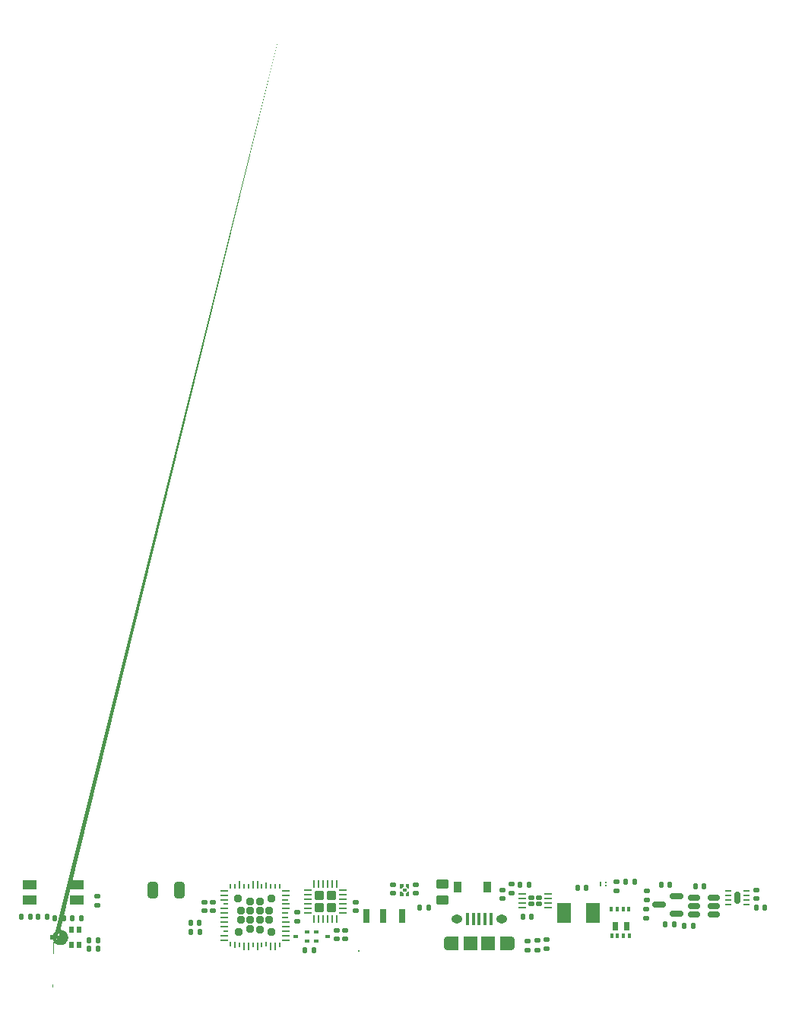
<source format=gtp>
%TF.GenerationSoftware,KiCad,Pcbnew,6.0.7-f9a2dced07~116~ubuntu22.04.1*%
%TF.CreationDate,2022-09-22T15:06:03+08:00*%
%TF.ProjectId,OSSG_v0p4,4f535347-5f76-4307-9034-2e6b69636164,v0.4*%
%TF.SameCoordinates,Original*%
%TF.FileFunction,Paste,Top*%
%TF.FilePolarity,Positive*%
%FSLAX46Y46*%
G04 Gerber Fmt 4.6, Leading zero omitted, Abs format (unit mm)*
G04 Created by KiCad (PCBNEW 6.0.7-f9a2dced07~116~ubuntu22.04.1) date 2022-09-22 15:06:03*
%MOMM*%
%LPD*%
G01*
G04 APERTURE LIST*
G04 Aperture macros list*
%AMRoundRect*
0 Rectangle with rounded corners*
0 $1 Rounding radius*
0 $2 $3 $4 $5 $6 $7 $8 $9 X,Y pos of 4 corners*
0 Add a 4 corners polygon primitive as box body*
4,1,4,$2,$3,$4,$5,$6,$7,$8,$9,$2,$3,0*
0 Add four circle primitives for the rounded corners*
1,1,$1+$1,$2,$3*
1,1,$1+$1,$4,$5*
1,1,$1+$1,$6,$7*
1,1,$1+$1,$8,$9*
0 Add four rect primitives between the rounded corners*
20,1,$1+$1,$2,$3,$4,$5,0*
20,1,$1+$1,$4,$5,$6,$7,0*
20,1,$1+$1,$6,$7,$8,$9,0*
20,1,$1+$1,$8,$9,$2,$3,0*%
%AMFreePoly0*
4,1,103,0.919391,0.822403,0.926250,0.818200,0.934269,0.817569,1.160851,0.702119,1.166075,0.696003,1.173507,0.692924,1.353325,0.513107,1.356403,0.505675,1.362519,0.500452,1.477969,0.273869,1.478600,0.265849,1.482803,0.258991,1.508245,0.098357,1.511543,0.091283,1.519917,0.075198,1.519565,0.074081,1.520059,0.073021,1.523152,0.002182,1.522358,0.000000,1.523152,-0.002182,
1.520059,-0.073021,1.519565,-0.074081,1.519917,-0.075198,1.511543,-0.091283,1.508245,-0.098357,1.482803,-0.258991,1.478600,-0.265849,1.477969,-0.273869,1.362519,-0.500452,1.356403,-0.505675,1.353325,-0.513107,1.173507,-0.692924,1.166075,-0.696003,1.160851,-0.702119,0.934269,-0.817569,0.926250,-0.818200,0.919391,-0.822403,0.668222,-0.862184,0.660400,-0.860306,0.652579,-0.862184,
0.401409,-0.822403,0.394551,-0.818200,0.386531,-0.817569,0.159948,-0.702119,0.154725,-0.696003,0.147293,-0.692925,-0.032524,-0.513107,-0.035603,-0.505675,-0.041719,-0.500451,-0.157169,-0.273869,-0.157800,-0.265850,-0.162003,-0.258991,-0.187445,-0.098355,-0.190741,-0.091288,-0.199117,-0.075198,-0.198765,-0.074081,-0.199259,-0.073021,-0.202352,-0.002181,-0.201558,0.000000,0.203023,0.000000,
0.225408,-0.141336,0.290375,-0.268841,0.391559,-0.370025,0.519062,-0.434992,0.660400,-0.457377,0.801736,-0.434992,0.929241,-0.370025,1.030425,-0.268841,1.095392,-0.141338,1.117777,0.000000,1.095392,0.141338,1.030425,0.268841,0.929241,0.370025,0.801736,0.434992,0.660400,0.457377,0.519062,0.434992,0.391559,0.370025,0.290375,0.268841,0.225408,0.141336,0.203023,0.000000,
-0.201558,0.000000,-0.202352,0.002181,-0.199259,0.073021,-0.198765,0.074081,-0.199117,0.075198,-0.190741,0.091288,-0.187445,0.098355,-0.162003,0.258991,-0.157800,0.265850,-0.157169,0.273869,-0.041719,0.500451,-0.035603,0.505675,-0.032524,0.513107,0.147293,0.692925,0.154725,0.696003,0.159948,0.702119,0.386531,0.817569,0.394551,0.818200,0.401409,0.822403,0.652579,0.862184,
0.660400,0.860306,0.668222,0.862184,0.919391,0.822403,0.919391,0.822403,$1*%
G04 Aperture macros list end*
%ADD10C,0.150000*%
%ADD11C,0.000100*%
%ADD12C,0.010000*%
%ADD13C,0.100000*%
%ADD14C,0.120000*%
%ADD15R,0.700000X1.600000*%
%ADD16RoundRect,0.184428X-0.215572X-0.215572X0.215572X-0.215572X0.215572X0.215572X-0.215572X0.215572X0*%
%ADD17RoundRect,0.062500X-0.375000X-0.062500X0.375000X-0.062500X0.375000X0.062500X-0.375000X0.062500X0*%
%ADD18RoundRect,0.062500X-0.162500X-0.062500X0.162500X-0.062500X0.162500X0.062500X-0.162500X0.062500X0*%
%ADD19RoundRect,0.062500X-0.062500X-0.162500X0.062500X-0.162500X0.062500X0.162500X-0.062500X0.162500X0*%
%ADD20RoundRect,0.062500X-0.062500X-0.237500X0.062500X-0.237500X0.062500X0.237500X-0.062500X0.237500X0*%
%ADD21RoundRect,0.062500X-0.062500X-0.375000X0.062500X-0.375000X0.062500X0.375000X-0.062500X0.375000X0*%
%ADD22RoundRect,0.062500X-0.062500X-0.187500X0.062500X-0.187500X0.062500X0.187500X-0.062500X0.187500X0*%
%ADD23RoundRect,0.062500X-0.237500X-0.062500X0.237500X-0.062500X0.237500X0.062500X-0.237500X0.062500X0*%
%ADD24RoundRect,0.062500X-0.287500X-0.062500X0.287500X-0.062500X0.287500X0.062500X-0.287500X0.062500X0*%
%ADD25RoundRect,0.135000X0.135000X0.185000X-0.135000X0.185000X-0.135000X-0.185000X0.135000X-0.185000X0*%
%ADD26R,0.510000X0.400000*%
%ADD27RoundRect,0.140000X-0.140000X-0.170000X0.140000X-0.170000X0.140000X0.170000X-0.140000X0.170000X0*%
%ADD28RoundRect,0.140000X0.140000X0.170000X-0.140000X0.170000X-0.140000X-0.170000X0.140000X-0.170000X0*%
%ADD29R,0.900000X1.200000*%
%ADD30O,1.250000X0.950000*%
%ADD31O,0.890000X1.550000*%
%ADD32R,0.400000X1.350000*%
%ADD33R,1.200000X1.550000*%
%ADD34R,1.500000X1.550000*%
%ADD35RoundRect,0.140000X-0.170000X0.140000X-0.170000X-0.140000X0.170000X-0.140000X0.170000X0.140000X0*%
%ADD36RoundRect,0.135000X-0.135000X-0.185000X0.135000X-0.185000X0.135000X0.185000X-0.135000X0.185000X0*%
%ADD37RoundRect,0.135000X0.185000X-0.135000X0.185000X0.135000X-0.185000X0.135000X-0.185000X-0.135000X0*%
%ADD38R,1.550000X1.000000*%
%ADD39R,0.280000X0.170000*%
%ADD40R,0.280000X0.520000*%
%ADD41R,1.600000X2.300000*%
%ADD42RoundRect,0.150000X0.512500X0.150000X-0.512500X0.150000X-0.512500X-0.150000X0.512500X-0.150000X0*%
%ADD43R,0.522000X0.725000*%
%ADD44FreePoly0,0.000000*%
%ADD45RoundRect,0.250000X0.450000X-0.262500X0.450000X0.262500X-0.450000X0.262500X-0.450000X-0.262500X0*%
%ADD46RoundRect,0.250000X-0.325000X-0.650000X0.325000X-0.650000X0.325000X0.650000X-0.325000X0.650000X0*%
%ADD47RoundRect,0.160000X0.160000X0.485000X-0.160000X0.485000X-0.160000X-0.485000X0.160000X-0.485000X0*%
%ADD48RoundRect,0.062500X0.287500X0.062500X-0.287500X0.062500X-0.287500X-0.062500X0.287500X-0.062500X0*%
%ADD49RoundRect,0.140000X0.205000X0.140000X-0.205000X0.140000X-0.205000X-0.140000X0.205000X-0.140000X0*%
%ADD50RoundRect,0.062500X0.337500X0.062500X-0.337500X0.062500X-0.337500X-0.062500X0.337500X-0.062500X0*%
%ADD51RoundRect,0.135000X-0.185000X0.135000X-0.185000X-0.135000X0.185000X-0.135000X0.185000X0.135000X0*%
%ADD52RoundRect,0.140000X0.170000X-0.140000X0.170000X0.140000X-0.170000X0.140000X-0.170000X-0.140000X0*%
%ADD53RoundRect,0.147500X0.147500X0.172500X-0.147500X0.172500X-0.147500X-0.172500X0.147500X-0.172500X0*%
%ADD54R,0.400000X0.500000*%
%ADD55RoundRect,0.250000X0.275000X-0.275000X0.275000X0.275000X-0.275000X0.275000X-0.275000X-0.275000X0*%
%ADD56RoundRect,0.062500X0.062500X-0.350000X0.062500X0.350000X-0.062500X0.350000X-0.062500X-0.350000X0*%
%ADD57RoundRect,0.062500X0.350000X-0.062500X0.350000X0.062500X-0.350000X0.062500X-0.350000X-0.062500X0*%
%ADD58RoundRect,0.150000X0.587500X0.150000X-0.587500X0.150000X-0.587500X-0.150000X0.587500X-0.150000X0*%
G04 APERTURE END LIST*
D10*
%TO.C,SW2*%
X114088842Y-83386871D02*
X114088842Y-83486871D01*
%TO.C,U7*%
G36*
X119594269Y-77237863D02*
G01*
X119334269Y-77237863D01*
X119334269Y-76997863D01*
X119484269Y-76847863D01*
X119594269Y-76847863D01*
X119594269Y-77237863D01*
G37*
D11*
X119594269Y-77237863D02*
X119334269Y-77237863D01*
X119334269Y-76997863D01*
X119484269Y-76847863D01*
X119594269Y-76847863D01*
X119594269Y-77237863D01*
G36*
X119303269Y-76801863D02*
G01*
X118975269Y-76801863D01*
X118975269Y-76473863D01*
X119303269Y-76473863D01*
X119303269Y-76801863D01*
G37*
D12*
X119303269Y-76801863D02*
X118975269Y-76801863D01*
X118975269Y-76473863D01*
X119303269Y-76473863D01*
X119303269Y-76801863D01*
G36*
X119594269Y-76427863D02*
G01*
X119484269Y-76427863D01*
X119334269Y-76277863D01*
X119334269Y-76037863D01*
X119594269Y-76037863D01*
X119594269Y-76427863D01*
G37*
D11*
X119594269Y-76427863D02*
X119484269Y-76427863D01*
X119334269Y-76277863D01*
X119334269Y-76037863D01*
X119594269Y-76037863D01*
X119594269Y-76427863D01*
G36*
X118944269Y-76997863D02*
G01*
X118944269Y-77237863D01*
X118684269Y-77237863D01*
X118684269Y-76847863D01*
X118794269Y-76847863D01*
X118944269Y-76997863D01*
G37*
X118944269Y-76997863D02*
X118944269Y-77237863D01*
X118684269Y-77237863D01*
X118684269Y-76847863D01*
X118794269Y-76847863D01*
X118944269Y-76997863D01*
G36*
X118944269Y-76277863D02*
G01*
X118794269Y-76427863D01*
X118684269Y-76427863D01*
X118684269Y-76037863D01*
X118944269Y-76037863D01*
X118944269Y-76277863D01*
G37*
X118944269Y-76277863D02*
X118794269Y-76427863D01*
X118684269Y-76427863D01*
X118684269Y-76037863D01*
X118944269Y-76037863D01*
X118944269Y-76277863D01*
%TO.C,U1*%
G36*
X81631265Y-81913880D02*
G01*
X81591484Y-82165049D01*
X81476034Y-82391632D01*
X81296217Y-82571449D01*
X81069634Y-82686899D01*
X80818465Y-82726680D01*
X80567296Y-82686899D01*
X80340713Y-82571449D01*
X80160896Y-82391632D01*
X80045446Y-82165049D01*
X80005665Y-81913880D01*
X80008758Y-81843040D01*
X80312398Y-81869605D01*
X80310465Y-81913880D01*
X80335328Y-82070861D01*
X80407484Y-82212475D01*
X80519870Y-82324861D01*
X80661484Y-82397017D01*
X80818465Y-82421880D01*
X80975446Y-82397017D01*
X81117060Y-82324861D01*
X81229446Y-82212475D01*
X81301602Y-82070861D01*
X81326465Y-81913880D01*
X81324532Y-81869605D01*
X81628172Y-81843040D01*
X81631265Y-81913880D01*
G37*
D13*
X81631265Y-81913880D02*
X81591484Y-82165049D01*
X81476034Y-82391632D01*
X81296217Y-82571449D01*
X81069634Y-82686899D01*
X80818465Y-82726680D01*
X80567296Y-82686899D01*
X80340713Y-82571449D01*
X80160896Y-82391632D01*
X80045446Y-82165049D01*
X80005665Y-81913880D01*
X80008758Y-81843040D01*
X80312398Y-81869605D01*
X80310465Y-81913880D01*
X80335328Y-82070861D01*
X80407484Y-82212475D01*
X80519870Y-82324861D01*
X80661484Y-82397017D01*
X80818465Y-82421880D01*
X80975446Y-82397017D01*
X81117060Y-82324861D01*
X81229446Y-82212475D01*
X81301602Y-82070861D01*
X81326465Y-81913880D01*
X81324532Y-81869605D01*
X81628172Y-81843040D01*
X81631265Y-81913880D01*
G36*
X81069634Y-81140861D02*
G01*
X81296217Y-81256311D01*
X81476034Y-81436128D01*
X81591484Y-81662711D01*
X81631265Y-81913880D01*
X81628172Y-81984720D01*
X81324532Y-81958155D01*
X81326465Y-81913880D01*
X81301602Y-81756899D01*
X81229446Y-81615285D01*
X81117060Y-81502899D01*
X80975446Y-81430743D01*
X80818465Y-81405880D01*
X80661484Y-81430743D01*
X80519870Y-81502899D01*
X80407484Y-81615285D01*
X80335328Y-81756899D01*
X80310465Y-81913880D01*
X80312398Y-81958155D01*
X80008758Y-81984720D01*
X80005665Y-81913880D01*
X80045446Y-81662711D01*
X80160896Y-81436128D01*
X80340713Y-81256311D01*
X80567296Y-81140861D01*
X80818465Y-81101080D01*
X81069634Y-81140861D01*
G37*
X81069634Y-81140861D02*
X81296217Y-81256311D01*
X81476034Y-81436128D01*
X81591484Y-81662711D01*
X81631265Y-81913880D01*
X81628172Y-81984720D01*
X81324532Y-81958155D01*
X81326465Y-81913880D01*
X81301602Y-81756899D01*
X81229446Y-81615285D01*
X81117060Y-81502899D01*
X80975446Y-81430743D01*
X80818465Y-81405880D01*
X80661484Y-81430743D01*
X80519870Y-81502899D01*
X80407484Y-81615285D01*
X80335328Y-81756899D01*
X80310465Y-81913880D01*
X80312398Y-81958155D01*
X80008758Y-81984720D01*
X80005665Y-81913880D01*
X80045446Y-81662711D01*
X80160896Y-81436128D01*
X80340713Y-81256311D01*
X80567296Y-81140861D01*
X80818465Y-81101080D01*
X81069634Y-81140861D01*
D14*
%TO.C,Q4*%
X144142489Y-81124202D02*
X143642489Y-81124202D01*
X143642489Y-81124202D02*
X143642489Y-80274202D01*
X143642489Y-80274202D02*
X144142489Y-80274202D01*
X144142489Y-80274202D02*
X144142489Y-81124202D01*
G36*
X144142489Y-81124202D02*
G01*
X143642489Y-81124202D01*
X143642489Y-80274202D01*
X144142489Y-80274202D01*
X144142489Y-81124202D01*
G37*
X142842489Y-81099202D02*
X142342489Y-81099202D01*
X142342489Y-81099202D02*
X142342489Y-80249202D01*
X142342489Y-80249202D02*
X142842489Y-80249202D01*
X142842489Y-80249202D02*
X142842489Y-81099202D01*
G36*
X142842489Y-81099202D02*
G01*
X142342489Y-81099202D01*
X142342489Y-80249202D01*
X142842489Y-80249202D01*
X142842489Y-81099202D01*
G37*
%TD*%
D15*
%TO.C,SW2*%
X114888842Y-79586871D03*
X118888842Y-79586871D03*
X116788842Y-79586871D03*
%TD*%
D16*
%TO.C,U2*%
X104372597Y-77645474D03*
X101972597Y-77970474D03*
X100672597Y-81345474D03*
X104372597Y-81370474D03*
X101972597Y-78995474D03*
X101972597Y-81020474D03*
X101972597Y-80020474D03*
X104072597Y-78970474D03*
X100947597Y-80020474D03*
X103072597Y-77945474D03*
X100972597Y-78970474D03*
X103072597Y-80020474D03*
X103072597Y-81045474D03*
X104072597Y-80020474D03*
X103072597Y-78945474D03*
X100647597Y-77645474D03*
D17*
X99085097Y-76745474D03*
X99085097Y-77245474D03*
X99085097Y-77745474D03*
D18*
X99297597Y-78245474D03*
D17*
X99085097Y-78745474D03*
X99085097Y-79245474D03*
X99085097Y-79745474D03*
X99085097Y-80245474D03*
X99085097Y-80745474D03*
D18*
X99297597Y-81245474D03*
D17*
X99085097Y-81745474D03*
X99085097Y-82245474D03*
D19*
X99772597Y-82720474D03*
D20*
X100272597Y-82795474D03*
D19*
X100772597Y-82795474D03*
D21*
X101272597Y-82932974D03*
X101772597Y-82932974D03*
D22*
X102272597Y-82745474D03*
D21*
X102772597Y-82932974D03*
D22*
X103272597Y-82745474D03*
D19*
X103772597Y-82720474D03*
D21*
X104272597Y-82932974D03*
X104772597Y-82932974D03*
D22*
X105272597Y-82745474D03*
D17*
X105960097Y-82245474D03*
X105960097Y-81745474D03*
X105960097Y-81245474D03*
X105960097Y-80745474D03*
X105960097Y-80245474D03*
D23*
X105822597Y-79745474D03*
X105822597Y-79245474D03*
D17*
X105960097Y-78745474D03*
X105960097Y-78245474D03*
D24*
X105872597Y-77745474D03*
D17*
X105960097Y-77245474D03*
X105960097Y-76745474D03*
D22*
X105272597Y-76245474D03*
X104772597Y-76245474D03*
D19*
X104272597Y-76270474D03*
D20*
X103772597Y-76195474D03*
D19*
X103272597Y-76270474D03*
D21*
X102772597Y-76057974D03*
X102272597Y-76057974D03*
D19*
X101772597Y-76270474D03*
X101272597Y-76270474D03*
D21*
X100772597Y-76057974D03*
D19*
X100272597Y-76270474D03*
X99772597Y-76270474D03*
%TD*%
D25*
%TO.C,R1*%
X96353545Y-81319325D03*
X95333545Y-81319325D03*
%TD*%
D26*
%TO.C,Q1*%
X108332290Y-82329954D03*
X108332290Y-81329954D03*
X107042290Y-81829954D03*
%TD*%
D27*
%TO.C,C19*%
X132347042Y-79630638D03*
X133307042Y-79630638D03*
%TD*%
D28*
%TO.C,C14*%
X159314550Y-78612375D03*
X158354550Y-78612375D03*
%TD*%
D29*
%TO.C,D3*%
X128360985Y-76322776D03*
X125060985Y-76322776D03*
%TD*%
D30*
%TO.C,J3*%
X124979107Y-79890740D03*
X129979107Y-79890740D03*
D31*
X130979107Y-82590740D03*
X123979107Y-82590740D03*
D32*
X126179107Y-79890740D03*
X126829107Y-79890740D03*
X127479107Y-79890740D03*
X128129107Y-79890740D03*
X128779107Y-79890740D03*
D33*
X130379107Y-82590740D03*
X124579107Y-82590740D03*
D34*
X126479107Y-82590740D03*
X128479107Y-82590740D03*
%TD*%
D35*
%TO.C,C10*%
X112585441Y-81141385D03*
X112585441Y-82101385D03*
%TD*%
D36*
%TO.C,R3*%
X80224181Y-79834807D03*
X81244181Y-79834807D03*
%TD*%
D37*
%TO.C,R6*%
X107244882Y-80141646D03*
X107244882Y-79121646D03*
%TD*%
%TO.C,R17*%
X135016041Y-83227289D03*
X135016041Y-82207289D03*
%TD*%
D35*
%TO.C,C18*%
X117862044Y-76099562D03*
X117862044Y-77059562D03*
%TD*%
D38*
%TO.C,SW1*%
X82666206Y-77751709D03*
X77416206Y-77751709D03*
X82666206Y-76051709D03*
X77416206Y-76051709D03*
%TD*%
D39*
%TO.C,Q3*%
X141612040Y-76216522D03*
X141612040Y-75866522D03*
D40*
X140962040Y-76041522D03*
%TD*%
D25*
%TO.C,R4*%
X77488019Y-79658389D03*
X76468019Y-79658389D03*
%TD*%
D41*
%TO.C,L1*%
X140122558Y-79204084D03*
X136962558Y-79204084D03*
%TD*%
D28*
%TO.C,C1*%
X96324121Y-80320710D03*
X95364121Y-80320710D03*
%TD*%
D26*
%TO.C,Q2*%
X109336071Y-81338973D03*
X109336071Y-82338973D03*
X110626071Y-81838973D03*
%TD*%
D42*
%TO.C,U5*%
X153650760Y-79426117D03*
X153650760Y-78476117D03*
X153650760Y-77526117D03*
X151375760Y-77526117D03*
X151375760Y-78476117D03*
X151375760Y-79426117D03*
%TD*%
D43*
%TO.C,U1*%
X82892465Y-81076133D03*
X82070465Y-81076133D03*
D44*
X80158065Y-81913880D03*
D43*
X82070465Y-82751627D03*
X82892465Y-82751627D03*
%TD*%
D25*
%TO.C,R14*%
X133048103Y-76081567D03*
X132028103Y-76081567D03*
%TD*%
D45*
%TO.C,F1*%
X123380387Y-77819400D03*
X123380387Y-75994400D03*
%TD*%
D46*
%TO.C,AE1*%
X91153318Y-76701916D03*
X94103318Y-76701916D03*
%TD*%
D25*
%TO.C,R5*%
X109114492Y-83363160D03*
X108094492Y-83363160D03*
%TD*%
D47*
%TO.C,U6*%
X156225427Y-77521198D03*
D48*
X157225427Y-78271198D03*
X157225427Y-77771198D03*
X157225427Y-77271198D03*
X157225427Y-76771198D03*
X155225427Y-76771198D03*
X155225427Y-77271198D03*
X155225427Y-77771198D03*
X155225427Y-78271198D03*
%TD*%
D36*
%TO.C,R7*%
X148184787Y-80510534D03*
X149204787Y-80510534D03*
%TD*%
D27*
%TO.C,C4*%
X78368932Y-79651170D03*
X79328932Y-79651170D03*
%TD*%
%TO.C,C17*%
X138440702Y-76447219D03*
X139400702Y-76447219D03*
%TD*%
D49*
%TO.C,U8*%
X134134248Y-78211457D03*
X134134248Y-77511457D03*
X133284248Y-78211457D03*
X133284248Y-77511457D03*
D50*
X135159248Y-78611457D03*
X135159248Y-78111457D03*
X135159248Y-77611457D03*
X135159248Y-77111457D03*
X132259248Y-77111457D03*
X132259248Y-77611457D03*
X132259248Y-78111457D03*
X132259248Y-78611457D03*
%TD*%
D27*
%TO.C,C12*%
X147757075Y-76119389D03*
X148717075Y-76119389D03*
%TD*%
D35*
%TO.C,C16*%
X120420868Y-76103942D03*
X120420868Y-77063942D03*
%TD*%
D51*
%TO.C,R9*%
X146127496Y-76791306D03*
X146127496Y-77811306D03*
%TD*%
D52*
%TO.C,C20*%
X84970267Y-78334746D03*
X84970267Y-77374746D03*
%TD*%
D53*
%TO.C,D2*%
X152539833Y-76298232D03*
X151569833Y-76298232D03*
%TD*%
D36*
%TO.C,R12*%
X143819268Y-75741163D03*
X144839268Y-75741163D03*
%TD*%
D37*
%TO.C,R15*%
X132876626Y-83334526D03*
X132876626Y-82314526D03*
%TD*%
D27*
%TO.C,C2*%
X84034297Y-83240655D03*
X84994297Y-83240655D03*
%TD*%
D25*
%TO.C,R8*%
X151327212Y-80658070D03*
X150307212Y-80658070D03*
%TD*%
D54*
%TO.C,Q4*%
X144172489Y-78819202D03*
X143522489Y-78819202D03*
X142872489Y-78819202D03*
X142222489Y-78819202D03*
X142232489Y-81789202D03*
X142882489Y-81789202D03*
X143532489Y-81789202D03*
X144182489Y-81789202D03*
%TD*%
D36*
%TO.C,R2*%
X82132953Y-79834807D03*
X83152953Y-79834807D03*
%TD*%
D52*
%TO.C,C15*%
X130060864Y-77611641D03*
X130060864Y-76651641D03*
%TD*%
D35*
%TO.C,C9*%
X113753277Y-78021197D03*
X113753277Y-78981197D03*
%TD*%
%TO.C,C11*%
X111611442Y-81139530D03*
X111611442Y-82099530D03*
%TD*%
D25*
%TO.C,R18*%
X121886482Y-78623756D03*
X120866482Y-78623756D03*
%TD*%
D37*
%TO.C,R11*%
X146078592Y-79791236D03*
X146078592Y-78771236D03*
%TD*%
D55*
%TO.C,U3*%
X109710528Y-77305705D03*
X111010528Y-78605705D03*
X111010528Y-77305705D03*
X109710528Y-78605705D03*
D56*
X109110528Y-79893205D03*
X109610528Y-79893205D03*
X110110528Y-79893205D03*
X110610528Y-79893205D03*
X111110528Y-79893205D03*
X111610528Y-79893205D03*
D57*
X112298028Y-79205705D03*
X112298028Y-78705705D03*
X112298028Y-78205705D03*
X112298028Y-77705705D03*
X112298028Y-77205705D03*
X112298028Y-76705705D03*
D56*
X111610528Y-76018205D03*
X111110528Y-76018205D03*
X110610528Y-76018205D03*
X110110528Y-76018205D03*
X109610528Y-76018205D03*
X109110528Y-76018205D03*
D57*
X108423028Y-76705705D03*
X108423028Y-77205705D03*
X108423028Y-77705705D03*
X108423028Y-78205705D03*
X108423028Y-78705705D03*
X108423028Y-79205705D03*
%TD*%
D35*
%TO.C,C6*%
X97806630Y-77999213D03*
X97806630Y-78959213D03*
%TD*%
D58*
%TO.C,U4*%
X149426803Y-79266677D03*
X149426803Y-77366677D03*
X147551803Y-78316677D03*
%TD*%
D35*
%TO.C,C5*%
X96860666Y-77999213D03*
X96860666Y-78959213D03*
%TD*%
D51*
%TO.C,R10*%
X142816193Y-75720313D03*
X142816193Y-76740313D03*
%TD*%
D52*
%TO.C,C13*%
X158357718Y-77643138D03*
X158357718Y-76683138D03*
%TD*%
D28*
%TO.C,C3*%
X85000534Y-82261318D03*
X84040534Y-82261318D03*
%TD*%
D37*
%TO.C,R13*%
X131067832Y-77013506D03*
X131067832Y-75993506D03*
%TD*%
%TO.C,R16*%
X133979985Y-83331535D03*
X133979985Y-82311535D03*
%TD*%
M02*

</source>
